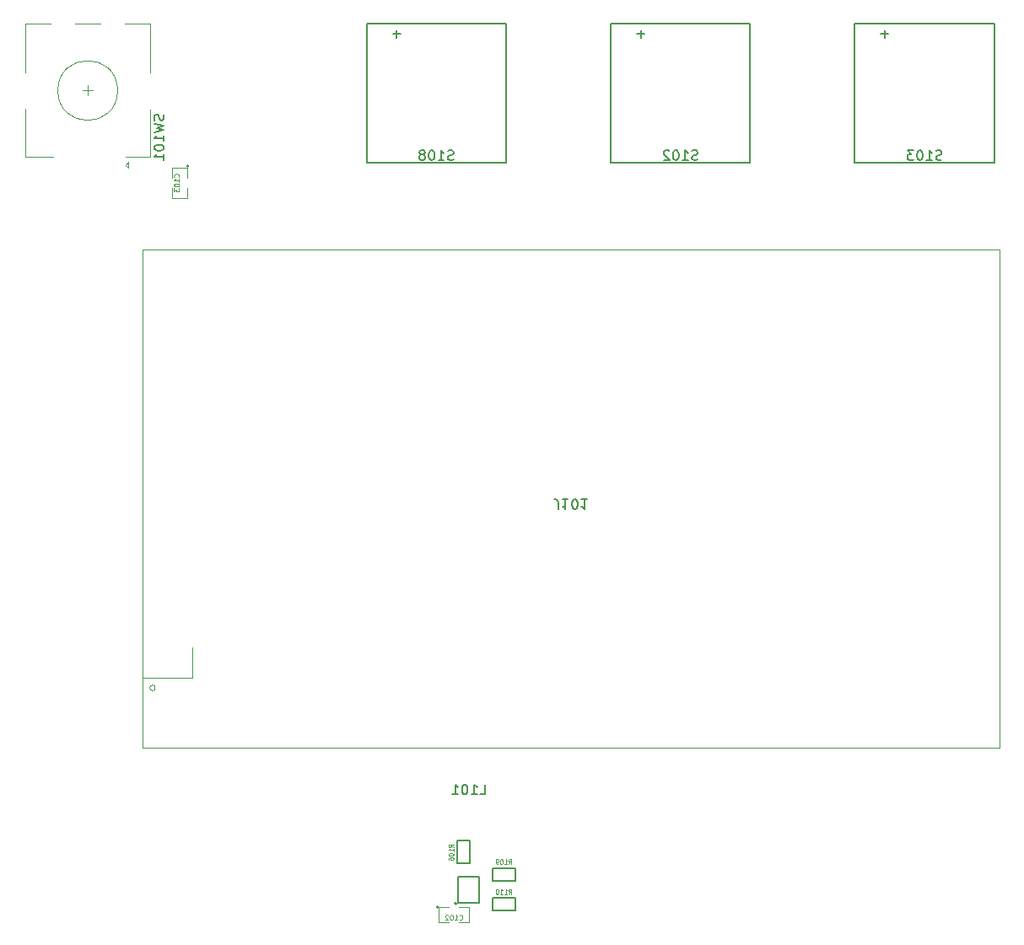
<source format=gbo>
G04 #@! TF.GenerationSoftware,KiCad,Pcbnew,6.0.2+dfsg-1*
G04 #@! TF.CreationDate,2023-02-09T12:02:37+01:00*
G04 #@! TF.ProjectId,proto_cmod,70726f74-6f5f-4636-9d6f-642e6b696361,rev?*
G04 #@! TF.SameCoordinates,Original*
G04 #@! TF.FileFunction,Legend,Bot*
G04 #@! TF.FilePolarity,Positive*
%FSLAX46Y46*%
G04 Gerber Fmt 4.6, Leading zero omitted, Abs format (unit mm)*
G04 Created by KiCad (PCBNEW 6.0.2+dfsg-1) date 2023-02-09 12:02:37*
%MOMM*%
%LPD*%
G01*
G04 APERTURE LIST*
%ADD10C,0.150000*%
%ADD11C,0.114300*%
%ADD12C,0.109220*%
%ADD13C,0.120000*%
%ADD14C,0.127000*%
%ADD15C,0.099060*%
G04 APERTURE END LIST*
D10*
G04 #@! TO.C,S102*
X164464285Y-53954761D02*
X164321428Y-54002380D01*
X164083333Y-54002380D01*
X163988095Y-53954761D01*
X163940476Y-53907142D01*
X163892857Y-53811904D01*
X163892857Y-53716666D01*
X163940476Y-53621428D01*
X163988095Y-53573809D01*
X164083333Y-53526190D01*
X164273809Y-53478571D01*
X164369047Y-53430952D01*
X164416666Y-53383333D01*
X164464285Y-53288095D01*
X164464285Y-53192857D01*
X164416666Y-53097619D01*
X164369047Y-53050000D01*
X164273809Y-53002380D01*
X164035714Y-53002380D01*
X163892857Y-53050000D01*
X162940476Y-54002380D02*
X163511904Y-54002380D01*
X163226190Y-54002380D02*
X163226190Y-53002380D01*
X163321428Y-53145238D01*
X163416666Y-53240476D01*
X163511904Y-53288095D01*
X162321428Y-53002380D02*
X162226190Y-53002380D01*
X162130952Y-53050000D01*
X162083333Y-53097619D01*
X162035714Y-53192857D01*
X161988095Y-53383333D01*
X161988095Y-53621428D01*
X162035714Y-53811904D01*
X162083333Y-53907142D01*
X162130952Y-53954761D01*
X162226190Y-54002380D01*
X162321428Y-54002380D01*
X162416666Y-53954761D01*
X162464285Y-53907142D01*
X162511904Y-53811904D01*
X162559523Y-53621428D01*
X162559523Y-53383333D01*
X162511904Y-53192857D01*
X162464285Y-53097619D01*
X162416666Y-53050000D01*
X162321428Y-53002380D01*
X161607142Y-53097619D02*
X161559523Y-53050000D01*
X161464285Y-53002380D01*
X161226190Y-53002380D01*
X161130952Y-53050000D01*
X161083333Y-53097619D01*
X161035714Y-53192857D01*
X161035714Y-53288095D01*
X161083333Y-53430952D01*
X161654761Y-54002380D01*
X161035714Y-54002380D01*
X159130952Y-41321428D02*
X158369047Y-41321428D01*
X158750000Y-41702380D02*
X158750000Y-40940476D01*
G04 #@! TO.C,J101*
X150464285Y-89047619D02*
X150464285Y-88333333D01*
X150416666Y-88190476D01*
X150321428Y-88095238D01*
X150178571Y-88047619D01*
X150083333Y-88047619D01*
X151464285Y-88047619D02*
X150892857Y-88047619D01*
X151178571Y-88047619D02*
X151178571Y-89047619D01*
X151083333Y-88904761D01*
X150988095Y-88809523D01*
X150892857Y-88761904D01*
X152083333Y-89047619D02*
X152178571Y-89047619D01*
X152273809Y-89000000D01*
X152321428Y-88952380D01*
X152369047Y-88857142D01*
X152416666Y-88666666D01*
X152416666Y-88428571D01*
X152369047Y-88238095D01*
X152321428Y-88142857D01*
X152273809Y-88095238D01*
X152178571Y-88047619D01*
X152083333Y-88047619D01*
X151988095Y-88095238D01*
X151940476Y-88142857D01*
X151892857Y-88238095D01*
X151845238Y-88428571D01*
X151845238Y-88666666D01*
X151892857Y-88857142D01*
X151940476Y-88952380D01*
X151988095Y-89000000D01*
X152083333Y-89047619D01*
X153369047Y-88047619D02*
X152797619Y-88047619D01*
X153083333Y-88047619D02*
X153083333Y-89047619D01*
X152988095Y-88904761D01*
X152892857Y-88809523D01*
X152797619Y-88761904D01*
G04 #@! TO.C,SW101*
X110854761Y-49414285D02*
X110902380Y-49557142D01*
X110902380Y-49795238D01*
X110854761Y-49890476D01*
X110807142Y-49938095D01*
X110711904Y-49985714D01*
X110616666Y-49985714D01*
X110521428Y-49938095D01*
X110473809Y-49890476D01*
X110426190Y-49795238D01*
X110378571Y-49604761D01*
X110330952Y-49509523D01*
X110283333Y-49461904D01*
X110188095Y-49414285D01*
X110092857Y-49414285D01*
X109997619Y-49461904D01*
X109950000Y-49509523D01*
X109902380Y-49604761D01*
X109902380Y-49842857D01*
X109950000Y-49985714D01*
X109902380Y-50319047D02*
X110902380Y-50557142D01*
X110188095Y-50747619D01*
X110902380Y-50938095D01*
X109902380Y-51176190D01*
X110902380Y-52080952D02*
X110902380Y-51509523D01*
X110902380Y-51795238D02*
X109902380Y-51795238D01*
X110045238Y-51700000D01*
X110140476Y-51604761D01*
X110188095Y-51509523D01*
X109902380Y-52700000D02*
X109902380Y-52795238D01*
X109950000Y-52890476D01*
X109997619Y-52938095D01*
X110092857Y-52985714D01*
X110283333Y-53033333D01*
X110521428Y-53033333D01*
X110711904Y-52985714D01*
X110807142Y-52938095D01*
X110854761Y-52890476D01*
X110902380Y-52795238D01*
X110902380Y-52700000D01*
X110854761Y-52604761D01*
X110807142Y-52557142D01*
X110711904Y-52509523D01*
X110521428Y-52461904D01*
X110283333Y-52461904D01*
X110092857Y-52509523D01*
X109997619Y-52557142D01*
X109950000Y-52604761D01*
X109902380Y-52700000D01*
X110902380Y-53985714D02*
X110902380Y-53414285D01*
X110902380Y-53700000D02*
X109902380Y-53700000D01*
X110045238Y-53604761D01*
X110140476Y-53509523D01*
X110188095Y-53414285D01*
D11*
G04 #@! TO.C,R106*
X139959809Y-122988371D02*
X139717904Y-122835971D01*
X139959809Y-122727114D02*
X139451809Y-122727114D01*
X139451809Y-122901285D01*
X139476000Y-122944828D01*
X139500190Y-122966600D01*
X139548571Y-122988371D01*
X139621142Y-122988371D01*
X139669523Y-122966600D01*
X139693714Y-122944828D01*
X139717904Y-122901285D01*
X139717904Y-122727114D01*
X139959809Y-123423800D02*
X139959809Y-123162542D01*
X139959809Y-123293171D02*
X139451809Y-123293171D01*
X139524380Y-123249628D01*
X139572761Y-123206085D01*
X139596952Y-123162542D01*
X139451809Y-123706828D02*
X139451809Y-123750371D01*
X139476000Y-123793914D01*
X139500190Y-123815685D01*
X139548571Y-123837457D01*
X139645333Y-123859228D01*
X139766285Y-123859228D01*
X139863047Y-123837457D01*
X139911428Y-123815685D01*
X139935619Y-123793914D01*
X139959809Y-123750371D01*
X139959809Y-123706828D01*
X139935619Y-123663285D01*
X139911428Y-123641514D01*
X139863047Y-123619742D01*
X139766285Y-123597971D01*
X139645333Y-123597971D01*
X139548571Y-123619742D01*
X139500190Y-123641514D01*
X139476000Y-123663285D01*
X139451809Y-123706828D01*
X139451809Y-124251114D02*
X139451809Y-124164028D01*
X139476000Y-124120485D01*
X139500190Y-124098714D01*
X139572761Y-124055171D01*
X139669523Y-124033400D01*
X139863047Y-124033400D01*
X139911428Y-124055171D01*
X139935619Y-124076942D01*
X139959809Y-124120485D01*
X139959809Y-124207571D01*
X139935619Y-124251114D01*
X139911428Y-124272885D01*
X139863047Y-124294657D01*
X139742095Y-124294657D01*
X139693714Y-124272885D01*
X139669523Y-124251114D01*
X139645333Y-124207571D01*
X139645333Y-124120485D01*
X139669523Y-124076942D01*
X139693714Y-124055171D01*
X139742095Y-124033400D01*
D12*
G04 #@! TO.C,C102*
X140559949Y-130246207D02*
X140583776Y-130270034D01*
X140655259Y-130293862D01*
X140702914Y-130293862D01*
X140774397Y-130270034D01*
X140822052Y-130222379D01*
X140845880Y-130174724D01*
X140869708Y-130079413D01*
X140869708Y-130007930D01*
X140845880Y-129912620D01*
X140822052Y-129864965D01*
X140774397Y-129817310D01*
X140702914Y-129793482D01*
X140655259Y-129793482D01*
X140583776Y-129817310D01*
X140559949Y-129841137D01*
X140083396Y-130293862D02*
X140369328Y-130293862D01*
X140226362Y-130293862D02*
X140226362Y-129793482D01*
X140274017Y-129864965D01*
X140321672Y-129912620D01*
X140369328Y-129936448D01*
X139773637Y-129793482D02*
X139725982Y-129793482D01*
X139678327Y-129817310D01*
X139654499Y-129841137D01*
X139630671Y-129888792D01*
X139606844Y-129984103D01*
X139606844Y-130103241D01*
X139630671Y-130198551D01*
X139654499Y-130246207D01*
X139678327Y-130270034D01*
X139725982Y-130293862D01*
X139773637Y-130293862D01*
X139821292Y-130270034D01*
X139845120Y-130246207D01*
X139868948Y-130198551D01*
X139892775Y-130103241D01*
X139892775Y-129984103D01*
X139868948Y-129888792D01*
X139845120Y-129841137D01*
X139821292Y-129817310D01*
X139773637Y-129793482D01*
X139416223Y-129841137D02*
X139392395Y-129817310D01*
X139344740Y-129793482D01*
X139225602Y-129793482D01*
X139177947Y-129817310D01*
X139154119Y-129841137D01*
X139130291Y-129888792D01*
X139130291Y-129936448D01*
X139154119Y-130007930D01*
X139440050Y-130293862D01*
X139130291Y-130293862D01*
D11*
G04 #@! TO.C,R109*
X145511628Y-124709809D02*
X145664028Y-124467904D01*
X145772885Y-124709809D02*
X145772885Y-124201809D01*
X145598714Y-124201809D01*
X145555171Y-124226000D01*
X145533400Y-124250190D01*
X145511628Y-124298571D01*
X145511628Y-124371142D01*
X145533400Y-124419523D01*
X145555171Y-124443714D01*
X145598714Y-124467904D01*
X145772885Y-124467904D01*
X145076200Y-124709809D02*
X145337457Y-124709809D01*
X145206828Y-124709809D02*
X145206828Y-124201809D01*
X145250371Y-124274380D01*
X145293914Y-124322761D01*
X145337457Y-124346952D01*
X144793171Y-124201809D02*
X144749628Y-124201809D01*
X144706085Y-124226000D01*
X144684314Y-124250190D01*
X144662542Y-124298571D01*
X144640771Y-124395333D01*
X144640771Y-124516285D01*
X144662542Y-124613047D01*
X144684314Y-124661428D01*
X144706085Y-124685619D01*
X144749628Y-124709809D01*
X144793171Y-124709809D01*
X144836714Y-124685619D01*
X144858485Y-124661428D01*
X144880257Y-124613047D01*
X144902028Y-124516285D01*
X144902028Y-124395333D01*
X144880257Y-124298571D01*
X144858485Y-124250190D01*
X144836714Y-124226000D01*
X144793171Y-124201809D01*
X144423057Y-124709809D02*
X144335971Y-124709809D01*
X144292428Y-124685619D01*
X144270657Y-124661428D01*
X144227114Y-124588857D01*
X144205342Y-124492095D01*
X144205342Y-124298571D01*
X144227114Y-124250190D01*
X144248885Y-124226000D01*
X144292428Y-124201809D01*
X144379514Y-124201809D01*
X144423057Y-124226000D01*
X144444828Y-124250190D01*
X144466600Y-124298571D01*
X144466600Y-124419523D01*
X144444828Y-124467904D01*
X144423057Y-124492095D01*
X144379514Y-124516285D01*
X144292428Y-124516285D01*
X144248885Y-124492095D01*
X144227114Y-124467904D01*
X144205342Y-124419523D01*
D10*
G04 #@! TO.C,S108*
X139964285Y-53954761D02*
X139821428Y-54002380D01*
X139583333Y-54002380D01*
X139488095Y-53954761D01*
X139440476Y-53907142D01*
X139392857Y-53811904D01*
X139392857Y-53716666D01*
X139440476Y-53621428D01*
X139488095Y-53573809D01*
X139583333Y-53526190D01*
X139773809Y-53478571D01*
X139869047Y-53430952D01*
X139916666Y-53383333D01*
X139964285Y-53288095D01*
X139964285Y-53192857D01*
X139916666Y-53097619D01*
X139869047Y-53050000D01*
X139773809Y-53002380D01*
X139535714Y-53002380D01*
X139392857Y-53050000D01*
X138440476Y-54002380D02*
X139011904Y-54002380D01*
X138726190Y-54002380D02*
X138726190Y-53002380D01*
X138821428Y-53145238D01*
X138916666Y-53240476D01*
X139011904Y-53288095D01*
X137821428Y-53002380D02*
X137726190Y-53002380D01*
X137630952Y-53050000D01*
X137583333Y-53097619D01*
X137535714Y-53192857D01*
X137488095Y-53383333D01*
X137488095Y-53621428D01*
X137535714Y-53811904D01*
X137583333Y-53907142D01*
X137630952Y-53954761D01*
X137726190Y-54002380D01*
X137821428Y-54002380D01*
X137916666Y-53954761D01*
X137964285Y-53907142D01*
X138011904Y-53811904D01*
X138059523Y-53621428D01*
X138059523Y-53383333D01*
X138011904Y-53192857D01*
X137964285Y-53097619D01*
X137916666Y-53050000D01*
X137821428Y-53002380D01*
X136916666Y-53430952D02*
X137011904Y-53383333D01*
X137059523Y-53335714D01*
X137107142Y-53240476D01*
X137107142Y-53192857D01*
X137059523Y-53097619D01*
X137011904Y-53050000D01*
X136916666Y-53002380D01*
X136726190Y-53002380D01*
X136630952Y-53050000D01*
X136583333Y-53097619D01*
X136535714Y-53192857D01*
X136535714Y-53240476D01*
X136583333Y-53335714D01*
X136630952Y-53383333D01*
X136726190Y-53430952D01*
X136916666Y-53430952D01*
X137011904Y-53478571D01*
X137059523Y-53526190D01*
X137107142Y-53621428D01*
X137107142Y-53811904D01*
X137059523Y-53907142D01*
X137011904Y-53954761D01*
X136916666Y-54002380D01*
X136726190Y-54002380D01*
X136630952Y-53954761D01*
X136583333Y-53907142D01*
X136535714Y-53811904D01*
X136535714Y-53621428D01*
X136583333Y-53526190D01*
X136630952Y-53478571D01*
X136726190Y-53430952D01*
X134630952Y-41321428D02*
X133869047Y-41321428D01*
X134250000Y-41702380D02*
X134250000Y-40940476D01*
D11*
G04 #@! TO.C,R110*
X145511628Y-127709809D02*
X145664028Y-127467904D01*
X145772885Y-127709809D02*
X145772885Y-127201809D01*
X145598714Y-127201809D01*
X145555171Y-127226000D01*
X145533400Y-127250190D01*
X145511628Y-127298571D01*
X145511628Y-127371142D01*
X145533400Y-127419523D01*
X145555171Y-127443714D01*
X145598714Y-127467904D01*
X145772885Y-127467904D01*
X145076200Y-127709809D02*
X145337457Y-127709809D01*
X145206828Y-127709809D02*
X145206828Y-127201809D01*
X145250371Y-127274380D01*
X145293914Y-127322761D01*
X145337457Y-127346952D01*
X144640771Y-127709809D02*
X144902028Y-127709809D01*
X144771400Y-127709809D02*
X144771400Y-127201809D01*
X144814942Y-127274380D01*
X144858485Y-127322761D01*
X144902028Y-127346952D01*
X144357742Y-127201809D02*
X144314200Y-127201809D01*
X144270657Y-127226000D01*
X144248885Y-127250190D01*
X144227114Y-127298571D01*
X144205342Y-127395333D01*
X144205342Y-127516285D01*
X144227114Y-127613047D01*
X144248885Y-127661428D01*
X144270657Y-127685619D01*
X144314200Y-127709809D01*
X144357742Y-127709809D01*
X144401285Y-127685619D01*
X144423057Y-127661428D01*
X144444828Y-127613047D01*
X144466600Y-127516285D01*
X144466600Y-127395333D01*
X144444828Y-127298571D01*
X144423057Y-127250190D01*
X144401285Y-127226000D01*
X144357742Y-127201809D01*
D10*
G04 #@! TO.C,S103*
X188964285Y-53954761D02*
X188821428Y-54002380D01*
X188583333Y-54002380D01*
X188488095Y-53954761D01*
X188440476Y-53907142D01*
X188392857Y-53811904D01*
X188392857Y-53716666D01*
X188440476Y-53621428D01*
X188488095Y-53573809D01*
X188583333Y-53526190D01*
X188773809Y-53478571D01*
X188869047Y-53430952D01*
X188916666Y-53383333D01*
X188964285Y-53288095D01*
X188964285Y-53192857D01*
X188916666Y-53097619D01*
X188869047Y-53050000D01*
X188773809Y-53002380D01*
X188535714Y-53002380D01*
X188392857Y-53050000D01*
X187440476Y-54002380D02*
X188011904Y-54002380D01*
X187726190Y-54002380D02*
X187726190Y-53002380D01*
X187821428Y-53145238D01*
X187916666Y-53240476D01*
X188011904Y-53288095D01*
X186821428Y-53002380D02*
X186726190Y-53002380D01*
X186630952Y-53050000D01*
X186583333Y-53097619D01*
X186535714Y-53192857D01*
X186488095Y-53383333D01*
X186488095Y-53621428D01*
X186535714Y-53811904D01*
X186583333Y-53907142D01*
X186630952Y-53954761D01*
X186726190Y-54002380D01*
X186821428Y-54002380D01*
X186916666Y-53954761D01*
X186964285Y-53907142D01*
X187011904Y-53811904D01*
X187059523Y-53621428D01*
X187059523Y-53383333D01*
X187011904Y-53192857D01*
X186964285Y-53097619D01*
X186916666Y-53050000D01*
X186821428Y-53002380D01*
X186154761Y-53002380D02*
X185535714Y-53002380D01*
X185869047Y-53383333D01*
X185726190Y-53383333D01*
X185630952Y-53430952D01*
X185583333Y-53478571D01*
X185535714Y-53573809D01*
X185535714Y-53811904D01*
X185583333Y-53907142D01*
X185630952Y-53954761D01*
X185726190Y-54002380D01*
X186011904Y-54002380D01*
X186107142Y-53954761D01*
X186154761Y-53907142D01*
X183630952Y-41321428D02*
X182869047Y-41321428D01*
X183250000Y-41702380D02*
X183250000Y-40940476D01*
D12*
G04 #@! TO.C,C103*
X112361207Y-55690050D02*
X112385034Y-55666223D01*
X112408862Y-55594740D01*
X112408862Y-55547085D01*
X112385034Y-55475602D01*
X112337379Y-55427947D01*
X112289724Y-55404119D01*
X112194413Y-55380291D01*
X112122930Y-55380291D01*
X112027620Y-55404119D01*
X111979965Y-55427947D01*
X111932310Y-55475602D01*
X111908482Y-55547085D01*
X111908482Y-55594740D01*
X111932310Y-55666223D01*
X111956137Y-55690050D01*
X112408862Y-56166603D02*
X112408862Y-55880671D01*
X112408862Y-56023637D02*
X111908482Y-56023637D01*
X111979965Y-55975982D01*
X112027620Y-55928327D01*
X112051448Y-55880671D01*
X111908482Y-56476362D02*
X111908482Y-56524017D01*
X111932310Y-56571672D01*
X111956137Y-56595500D01*
X112003792Y-56619328D01*
X112099103Y-56643155D01*
X112218241Y-56643155D01*
X112313551Y-56619328D01*
X112361207Y-56595500D01*
X112385034Y-56571672D01*
X112408862Y-56524017D01*
X112408862Y-56476362D01*
X112385034Y-56428707D01*
X112361207Y-56404879D01*
X112313551Y-56381051D01*
X112218241Y-56357224D01*
X112099103Y-56357224D01*
X112003792Y-56381051D01*
X111956137Y-56404879D01*
X111932310Y-56428707D01*
X111908482Y-56476362D01*
X111908482Y-56809949D02*
X111908482Y-57119708D01*
X112099103Y-56952914D01*
X112099103Y-57024397D01*
X112122930Y-57072052D01*
X112146758Y-57095880D01*
X112194413Y-57119708D01*
X112313551Y-57119708D01*
X112361207Y-57095880D01*
X112385034Y-57072052D01*
X112408862Y-57024397D01*
X112408862Y-56881431D01*
X112385034Y-56833776D01*
X112361207Y-56809949D01*
D10*
G04 #@! TO.C,L101*
X142619047Y-117702380D02*
X143095238Y-117702380D01*
X143095238Y-116702380D01*
X141761904Y-117702380D02*
X142333333Y-117702380D01*
X142047619Y-117702380D02*
X142047619Y-116702380D01*
X142142857Y-116845238D01*
X142238095Y-116940476D01*
X142333333Y-116988095D01*
X141142857Y-116702380D02*
X141047619Y-116702380D01*
X140952380Y-116750000D01*
X140904761Y-116797619D01*
X140857142Y-116892857D01*
X140809523Y-117083333D01*
X140809523Y-117321428D01*
X140857142Y-117511904D01*
X140904761Y-117607142D01*
X140952380Y-117654761D01*
X141047619Y-117702380D01*
X141142857Y-117702380D01*
X141238095Y-117654761D01*
X141285714Y-117607142D01*
X141333333Y-117511904D01*
X141380952Y-117321428D01*
X141380952Y-117083333D01*
X141333333Y-116892857D01*
X141285714Y-116797619D01*
X141238095Y-116750000D01*
X141142857Y-116702380D01*
X139857142Y-117702380D02*
X140428571Y-117702380D01*
X140142857Y-117702380D02*
X140142857Y-116702380D01*
X140238095Y-116845238D01*
X140333333Y-116940476D01*
X140428571Y-116988095D01*
G04 #@! TO.C,S102*
X155750000Y-40250000D02*
X155750000Y-54250000D01*
X169750000Y-40250000D02*
X155750000Y-40250000D01*
X155750000Y-54250000D02*
X169750000Y-54250000D01*
X169750000Y-54250000D02*
X169750000Y-40250000D01*
D13*
G04 #@! TO.C,J101*
X108750000Y-106000000D02*
X113750000Y-106000000D01*
X113750000Y-106000000D02*
X113750000Y-102900000D01*
X108750000Y-113000000D02*
X194750000Y-113000000D01*
X194750000Y-113000000D02*
X194750000Y-63000000D01*
X194750000Y-63000000D02*
X108750000Y-63000000D01*
X108750000Y-63000000D02*
X108750000Y-113000000D01*
X110032843Y-107000000D02*
G75*
G03*
X110032843Y-107000000I-282843J0D01*
G01*
G04 #@! TO.C,SW101*
X109550000Y-53700000D02*
X107050000Y-53700000D01*
X107050000Y-54500000D02*
X107350000Y-54800000D01*
X103250000Y-47500000D02*
X103250000Y-46500000D01*
X96950000Y-40300000D02*
X96950000Y-45200000D01*
X109550000Y-40300000D02*
X106950000Y-40300000D01*
X104550000Y-40300000D02*
X101950000Y-40300000D01*
X109550000Y-45200000D02*
X109550000Y-40300000D01*
X99550000Y-40300000D02*
X96950000Y-40300000D01*
X96950000Y-53700000D02*
X99750000Y-53700000D01*
X96950000Y-48800000D02*
X96950000Y-53700000D01*
X107350000Y-54800000D02*
X107350000Y-54200000D01*
X109550000Y-48900000D02*
X109550000Y-53700000D01*
X103750000Y-47000000D02*
X102750000Y-47000000D01*
X107350000Y-54200000D02*
X107050000Y-54500000D01*
X106250000Y-47000000D02*
G75*
G03*
X106250000Y-47000000I-3000000J0D01*
G01*
D14*
G04 #@! TO.C,R106*
X140365000Y-124643000D02*
X141635000Y-124643000D01*
X140365000Y-122357000D02*
X140365000Y-124643000D01*
X141635000Y-124643000D02*
X141635000Y-122357000D01*
X141635000Y-122357000D02*
X140365000Y-122357000D01*
D15*
G04 #@! TO.C,C102*
X139492000Y-128988000D02*
X138476000Y-128988000D01*
X141524000Y-128988000D02*
X140508000Y-128988000D01*
X141524000Y-130512000D02*
X141524000Y-128988000D01*
X140508000Y-130512000D02*
X141524000Y-130512000D01*
X138476000Y-130512000D02*
X139492000Y-130512000D01*
X138476000Y-128988000D02*
X138476000Y-130512000D01*
X138476000Y-128988000D02*
G75*
G03*
X138476000Y-128988000I-127000J0D01*
G01*
D14*
G04 #@! TO.C,R109*
X143857000Y-125115000D02*
X143857000Y-126385000D01*
X143857000Y-126385000D02*
X146143000Y-126385000D01*
X146143000Y-126385000D02*
X146143000Y-125115000D01*
X146143000Y-125115000D02*
X143857000Y-125115000D01*
D10*
G04 #@! TO.C,S108*
X145250000Y-54250000D02*
X145250000Y-40250000D01*
X131250000Y-40250000D02*
X131250000Y-54250000D01*
X145250000Y-40250000D02*
X131250000Y-40250000D01*
X131250000Y-54250000D02*
X145250000Y-54250000D01*
D14*
G04 #@! TO.C,R110*
X146143000Y-128115000D02*
X143857000Y-128115000D01*
X143857000Y-128115000D02*
X143857000Y-129385000D01*
X143857000Y-129385000D02*
X146143000Y-129385000D01*
X146143000Y-129385000D02*
X146143000Y-128115000D01*
D10*
G04 #@! TO.C,S103*
X180250000Y-54250000D02*
X194250000Y-54250000D01*
X194250000Y-54250000D02*
X194250000Y-40250000D01*
X194250000Y-40250000D02*
X180250000Y-40250000D01*
X180250000Y-40250000D02*
X180250000Y-54250000D01*
D15*
G04 #@! TO.C,C103*
X113262000Y-54726000D02*
X111738000Y-54726000D01*
X113262000Y-57774000D02*
X113262000Y-56758000D01*
X111738000Y-56758000D02*
X111738000Y-57774000D01*
X111738000Y-54726000D02*
X111738000Y-55742000D01*
X111738000Y-57774000D02*
X113262000Y-57774000D01*
X113262000Y-55742000D02*
X113262000Y-54726000D01*
X113389000Y-54599000D02*
G75*
G03*
X113389000Y-54599000I-127000J0D01*
G01*
D10*
G04 #@! TO.C,L101*
X140400000Y-125950000D02*
X140400000Y-128550000D01*
X142500000Y-128550000D02*
X142500000Y-125950000D01*
X140400000Y-128550000D02*
X142500000Y-128550000D01*
X142500000Y-125950000D02*
X140400000Y-125950000D01*
X140300000Y-128650000D02*
G75*
G03*
X140300000Y-128650000I-100000J0D01*
G01*
G04 #@! TD*
M02*

</source>
